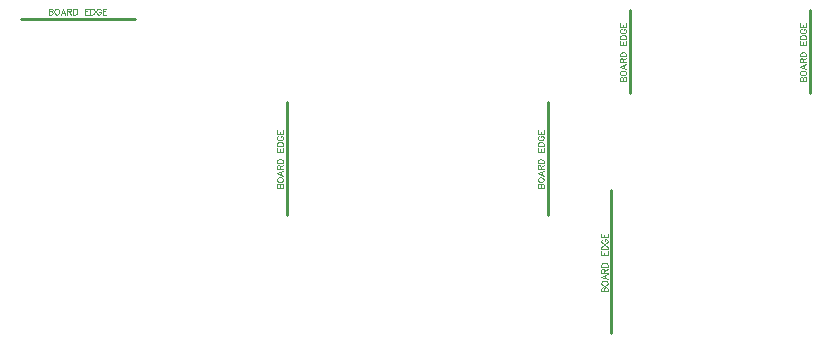
<source format=gbr>
G04 DipTrace 2.4.0.2*
%INTopAssy.gbr*%
%MOIN*%
%ADD10C,0.0098*%
%ADD12C,0.003*%
%FSLAX44Y44*%
G04*
G70*
G90*
G75*
G01*
%LNTopAssy*%
%LPD*%
X8046Y18538D2*
D10*
X11834D1*
X16906Y11985D2*
Y15772D1*
X25594Y11985D2*
Y15772D1*
X34342Y16046D2*
Y18834D1*
X28342Y16046D2*
Y18834D1*
X27720Y8047D2*
Y12834D1*
X8956Y18872D2*
D12*
Y18671D1*
X9042D1*
X9071Y18681D1*
X9080Y18690D1*
X9090Y18709D1*
Y18738D1*
X9080Y18757D1*
X9071Y18767D1*
X9042Y18776D1*
X9071Y18786D1*
X9080Y18796D1*
X9090Y18815D1*
Y18834D1*
X9080Y18853D1*
X9071Y18863D1*
X9042Y18872D1*
X8956D1*
Y18776D2*
X9042D1*
X9209Y18872D2*
X9190Y18863D1*
X9171Y18843D1*
X9161Y18824D1*
X9151Y18796D1*
Y18748D1*
X9161Y18719D1*
X9171Y18700D1*
X9190Y18681D1*
X9209Y18671D1*
X9247D1*
X9266Y18681D1*
X9285Y18700D1*
X9295Y18719D1*
X9304Y18748D1*
Y18796D1*
X9295Y18824D1*
X9285Y18843D1*
X9266Y18863D1*
X9247Y18872D1*
X9209D1*
X9519Y18671D2*
X9443Y18872D1*
X9366Y18671D1*
X9395Y18738D2*
X9491D1*
X9581Y18776D2*
X9667D1*
X9696Y18786D1*
X9705Y18796D1*
X9715Y18815D1*
Y18834D1*
X9705Y18853D1*
X9696Y18863D1*
X9667Y18872D1*
X9581D1*
Y18671D1*
X9648Y18776D2*
X9715Y18671D1*
X9777Y18872D2*
Y18671D1*
X9844D1*
X9872Y18681D1*
X9892Y18700D1*
X9901Y18719D1*
X9911Y18748D1*
Y18796D1*
X9901Y18824D1*
X9892Y18843D1*
X9872Y18863D1*
X9844Y18872D1*
X9777D1*
X10291D2*
X10167D1*
Y18671D1*
X10291D1*
X10167Y18776D2*
X10243D1*
X10353Y18872D2*
Y18671D1*
X10420D1*
X10449Y18681D1*
X10468Y18700D1*
X10477Y18719D1*
X10487Y18748D1*
Y18796D1*
X10477Y18824D1*
X10468Y18843D1*
X10449Y18863D1*
X10420Y18872D1*
X10353D1*
X10692Y18824D2*
X10683Y18843D1*
X10663Y18863D1*
X10644Y18872D1*
X10606D1*
X10587Y18863D1*
X10568Y18843D1*
X10558Y18824D1*
X10549Y18796D1*
Y18748D1*
X10558Y18719D1*
X10568Y18700D1*
X10587Y18681D1*
X10606Y18671D1*
X10644D1*
X10663Y18681D1*
X10683Y18700D1*
X10692Y18719D1*
Y18748D1*
X10644D1*
X10878Y18872D2*
X10754D1*
Y18671D1*
X10878D1*
X10754Y18776D2*
X10830D1*
X16572Y12894D2*
X16773D1*
Y12980D1*
X16764Y13009D1*
X16754Y13018D1*
X16735Y13028D1*
X16706D1*
X16687Y13018D1*
X16678Y13009D1*
X16668Y12980D1*
X16658Y13009D1*
X16649Y13018D1*
X16630Y13028D1*
X16611D1*
X16592Y13018D1*
X16582Y13009D1*
X16572Y12980D1*
Y12894D1*
X16668D2*
Y12980D1*
X16572Y13147D2*
X16582Y13128D1*
X16601Y13109D1*
X16620Y13099D1*
X16649Y13090D1*
X16697D1*
X16725Y13099D1*
X16745Y13109D1*
X16764Y13128D1*
X16773Y13147D1*
Y13185D1*
X16764Y13204D1*
X16745Y13224D1*
X16725Y13233D1*
X16697Y13243D1*
X16649D1*
X16620Y13233D1*
X16601Y13224D1*
X16582Y13204D1*
X16572Y13185D1*
Y13147D1*
X16773Y13458D2*
X16572Y13381D1*
X16773Y13304D1*
X16706Y13333D2*
Y13429D1*
X16668Y13519D2*
Y13605D1*
X16658Y13634D1*
X16649Y13644D1*
X16630Y13653D1*
X16611D1*
X16592Y13644D1*
X16582Y13634D1*
X16572Y13605D1*
Y13519D1*
X16773D1*
X16668Y13586D2*
X16773Y13653D1*
X16572Y13715D2*
X16773D1*
Y13782D1*
X16764Y13811D1*
X16745Y13830D1*
X16725Y13840D1*
X16697Y13849D1*
X16649D1*
X16620Y13840D1*
X16601Y13830D1*
X16582Y13811D1*
X16572Y13782D1*
Y13715D1*
Y14230D2*
Y14105D1*
X16773D1*
Y14230D1*
X16668Y14105D2*
Y14182D1*
X16572Y14291D2*
X16773D1*
Y14358D1*
X16764Y14387D1*
X16745Y14406D1*
X16725Y14416D1*
X16697Y14425D1*
X16649D1*
X16620Y14416D1*
X16601Y14406D1*
X16582Y14387D1*
X16572Y14358D1*
Y14291D1*
X16620Y14631D2*
X16601Y14621D1*
X16582Y14602D1*
X16572Y14583D1*
Y14545D1*
X16582Y14525D1*
X16601Y14506D1*
X16620Y14497D1*
X16649Y14487D1*
X16697D1*
X16725Y14497D1*
X16745Y14506D1*
X16764Y14525D1*
X16773Y14545D1*
Y14583D1*
X16764Y14602D1*
X16745Y14621D1*
X16725Y14631D1*
X16697D1*
Y14583D1*
X16572Y14817D2*
Y14692D1*
X16773D1*
Y14817D1*
X16668Y14692D2*
Y14769D1*
X25260Y12894D2*
X25461D1*
Y12980D1*
X25451Y13009D1*
X25442Y13019D1*
X25423Y13028D1*
X25394D1*
X25375Y13019D1*
X25365Y13009D1*
X25356Y12980D1*
X25346Y13009D1*
X25337Y13019D1*
X25318Y13028D1*
X25298D1*
X25279Y13019D1*
X25270Y13009D1*
X25260Y12980D1*
Y12894D1*
X25356D2*
Y12980D1*
X25260Y13147D2*
X25270Y13128D1*
X25289Y13109D1*
X25308Y13099D1*
X25337Y13090D1*
X25385D1*
X25413Y13099D1*
X25432Y13109D1*
X25451Y13128D1*
X25461Y13147D1*
Y13186D1*
X25451Y13205D1*
X25432Y13224D1*
X25413Y13233D1*
X25385Y13243D1*
X25337D1*
X25308Y13233D1*
X25289Y13224D1*
X25270Y13205D1*
X25260Y13186D1*
Y13147D1*
X25461Y13458D2*
X25260Y13381D1*
X25461Y13305D1*
X25394Y13333D2*
Y13429D1*
X25356Y13520D2*
Y13606D1*
X25346Y13634D1*
X25337Y13644D1*
X25318Y13654D1*
X25298D1*
X25279Y13644D1*
X25270Y13634D1*
X25260Y13606D1*
Y13520D1*
X25461D1*
X25356Y13587D2*
X25461Y13654D1*
X25260Y13715D2*
X25461D1*
Y13782D1*
X25451Y13811D1*
X25432Y13830D1*
X25413Y13840D1*
X25385Y13849D1*
X25337D1*
X25308Y13840D1*
X25289Y13830D1*
X25270Y13811D1*
X25260Y13782D1*
Y13715D1*
Y14230D2*
Y14105D1*
X25461D1*
Y14230D1*
X25356Y14105D2*
Y14182D1*
X25260Y14291D2*
X25461D1*
Y14358D1*
X25451Y14387D1*
X25432Y14406D1*
X25413Y14416D1*
X25385Y14425D1*
X25337D1*
X25308Y14416D1*
X25289Y14406D1*
X25270Y14387D1*
X25260Y14358D1*
Y14291D1*
X25308Y14631D2*
X25289Y14621D1*
X25270Y14602D1*
X25260Y14583D1*
Y14545D1*
X25270Y14525D1*
X25289Y14506D1*
X25308Y14497D1*
X25337Y14487D1*
X25385D1*
X25413Y14497D1*
X25432Y14506D1*
X25451Y14525D1*
X25461Y14545D1*
Y14583D1*
X25451Y14602D1*
X25432Y14621D1*
X25413Y14631D1*
X25385D1*
Y14583D1*
X25260Y14817D2*
Y14692D1*
X25461D1*
Y14817D1*
X25356Y14692D2*
Y14769D1*
X34008Y16455D2*
X34209D1*
Y16542D1*
X34199Y16570D1*
X34190Y16580D1*
X34171Y16589D1*
X34142D1*
X34123Y16580D1*
X34113Y16570D1*
X34104Y16542D1*
X34094Y16570D1*
X34084Y16580D1*
X34065Y16589D1*
X34046D1*
X34027Y16580D1*
X34017Y16570D1*
X34008Y16542D1*
Y16455D1*
X34104D2*
Y16542D1*
X34008Y16709D2*
X34017Y16689D1*
X34037Y16670D1*
X34056Y16661D1*
X34084Y16651D1*
X34132D1*
X34161Y16661D1*
X34180Y16670D1*
X34199Y16689D1*
X34209Y16709D1*
Y16747D1*
X34199Y16766D1*
X34180Y16785D1*
X34161Y16795D1*
X34132Y16804D1*
X34084D1*
X34056Y16795D1*
X34037Y16785D1*
X34017Y16766D1*
X34008Y16747D1*
Y16709D1*
X34209Y17019D2*
X34008Y16942D1*
X34209Y16866D1*
X34142Y16895D2*
Y16990D1*
X34104Y17081D2*
Y17167D1*
X34094Y17195D1*
X34084Y17205D1*
X34065Y17215D1*
X34046D1*
X34027Y17205D1*
X34017Y17195D1*
X34008Y17167D1*
Y17081D1*
X34209D1*
X34104Y17148D2*
X34209Y17215D1*
X34008Y17276D2*
X34209D1*
Y17343D1*
X34199Y17372D1*
X34180Y17391D1*
X34161Y17401D1*
X34132Y17410D1*
X34084D1*
X34056Y17401D1*
X34037Y17391D1*
X34017Y17372D1*
X34008Y17343D1*
Y17276D1*
Y17791D2*
Y17667D1*
X34209D1*
Y17791D1*
X34104Y17667D2*
Y17743D1*
X34008Y17853D2*
X34209D1*
Y17920D1*
X34199Y17948D1*
X34180Y17968D1*
X34161Y17977D1*
X34132Y17987D1*
X34084D1*
X34056Y17977D1*
X34037Y17968D1*
X34017Y17948D1*
X34008Y17920D1*
Y17853D1*
X34056Y18192D2*
X34037Y18182D1*
X34017Y18163D1*
X34008Y18144D1*
Y18106D1*
X34017Y18087D1*
X34037Y18068D1*
X34056Y18058D1*
X34084Y18048D1*
X34132D1*
X34161Y18058D1*
X34180Y18068D1*
X34199Y18087D1*
X34209Y18106D1*
Y18144D1*
X34199Y18163D1*
X34180Y18182D1*
X34161Y18192D1*
X34132D1*
Y18144D1*
X34008Y18378D2*
Y18254D1*
X34209D1*
Y18378D1*
X34104Y18254D2*
Y18330D1*
X28008Y16455D2*
X28209D1*
Y16542D1*
X28199Y16570D1*
X28190Y16580D1*
X28171Y16589D1*
X28142D1*
X28123Y16580D1*
X28113Y16570D1*
X28104Y16542D1*
X28094Y16570D1*
X28084Y16580D1*
X28065Y16589D1*
X28046D1*
X28027Y16580D1*
X28017Y16570D1*
X28008Y16542D1*
Y16455D1*
X28104D2*
Y16542D1*
X28008Y16709D2*
X28017Y16689D1*
X28037Y16670D1*
X28056Y16661D1*
X28084Y16651D1*
X28132D1*
X28161Y16661D1*
X28180Y16670D1*
X28199Y16689D1*
X28209Y16709D1*
Y16747D1*
X28199Y16766D1*
X28180Y16785D1*
X28161Y16795D1*
X28132Y16804D1*
X28084D1*
X28056Y16795D1*
X28037Y16785D1*
X28017Y16766D1*
X28008Y16747D1*
Y16709D1*
X28209Y17019D2*
X28008Y16942D1*
X28209Y16866D1*
X28142Y16895D2*
Y16990D1*
X28104Y17081D2*
Y17167D1*
X28094Y17195D1*
X28084Y17205D1*
X28065Y17215D1*
X28046D1*
X28027Y17205D1*
X28017Y17195D1*
X28008Y17167D1*
Y17081D1*
X28209D1*
X28104Y17148D2*
X28209Y17215D1*
X28008Y17276D2*
X28209D1*
Y17343D1*
X28199Y17372D1*
X28180Y17391D1*
X28161Y17401D1*
X28132Y17410D1*
X28084D1*
X28056Y17401D1*
X28037Y17391D1*
X28017Y17372D1*
X28008Y17343D1*
Y17276D1*
Y17791D2*
Y17667D1*
X28209D1*
Y17791D1*
X28104Y17667D2*
Y17743D1*
X28008Y17853D2*
X28209D1*
Y17920D1*
X28199Y17948D1*
X28180Y17968D1*
X28161Y17977D1*
X28132Y17987D1*
X28084D1*
X28056Y17977D1*
X28037Y17968D1*
X28017Y17948D1*
X28008Y17920D1*
Y17853D1*
X28056Y18192D2*
X28037Y18182D1*
X28017Y18163D1*
X28008Y18144D1*
Y18106D1*
X28017Y18087D1*
X28037Y18068D1*
X28056Y18058D1*
X28084Y18048D1*
X28132D1*
X28161Y18058D1*
X28180Y18068D1*
X28199Y18087D1*
X28209Y18106D1*
Y18144D1*
X28199Y18163D1*
X28180Y18182D1*
X28161Y18192D1*
X28132D1*
Y18144D1*
X28008Y18378D2*
Y18254D1*
X28209D1*
Y18378D1*
X28104Y18254D2*
Y18330D1*
X27386Y9446D2*
X27587D1*
Y9533D1*
X27577Y9561D1*
X27568Y9571D1*
X27549Y9580D1*
X27520D1*
X27501Y9571D1*
X27491Y9561D1*
X27482Y9533D1*
X27472Y9561D1*
X27462Y9571D1*
X27443Y9580D1*
X27424D1*
X27405Y9571D1*
X27395Y9561D1*
X27386Y9533D1*
Y9446D1*
X27482D2*
Y9533D1*
X27386Y9700D2*
X27395Y9680D1*
X27415Y9661D1*
X27434Y9652D1*
X27462Y9642D1*
X27510D1*
X27539Y9652D1*
X27558Y9661D1*
X27577Y9680D1*
X27587Y9700D1*
Y9738D1*
X27577Y9757D1*
X27558Y9776D1*
X27539Y9786D1*
X27510Y9795D1*
X27462D1*
X27434Y9786D1*
X27415Y9776D1*
X27395Y9757D1*
X27386Y9738D1*
Y9700D1*
X27587Y10010D2*
X27386Y9933D1*
X27587Y9857D1*
X27520Y9886D2*
Y9981D1*
X27482Y10072D2*
Y10158D1*
X27472Y10186D1*
X27462Y10196D1*
X27443Y10206D1*
X27424D1*
X27405Y10196D1*
X27395Y10186D1*
X27386Y10158D1*
Y10072D1*
X27587D1*
X27482Y10139D2*
X27587Y10206D1*
X27386Y10267D2*
X27587D1*
Y10334D1*
X27577Y10363D1*
X27558Y10382D1*
X27539Y10392D1*
X27510Y10401D1*
X27462D1*
X27434Y10392D1*
X27415Y10382D1*
X27395Y10363D1*
X27386Y10334D1*
Y10267D1*
Y10782D2*
Y10658D1*
X27587D1*
Y10782D1*
X27482Y10658D2*
Y10734D1*
X27386Y10844D2*
X27587D1*
Y10911D1*
X27577Y10939D1*
X27558Y10959D1*
X27539Y10968D1*
X27510Y10978D1*
X27462D1*
X27434Y10968D1*
X27415Y10959D1*
X27395Y10939D1*
X27386Y10911D1*
Y10844D1*
X27434Y11183D2*
X27415Y11173D1*
X27395Y11154D1*
X27386Y11135D1*
Y11097D1*
X27395Y11078D1*
X27415Y11059D1*
X27434Y11049D1*
X27462Y11039D1*
X27510D1*
X27539Y11049D1*
X27558Y11059D1*
X27577Y11078D1*
X27587Y11097D1*
Y11135D1*
X27577Y11154D1*
X27558Y11173D1*
X27539Y11183D1*
X27510D1*
Y11135D1*
X27386Y11369D2*
Y11245D1*
X27587D1*
Y11369D1*
X27482Y11245D2*
Y11321D1*
M02*

</source>
